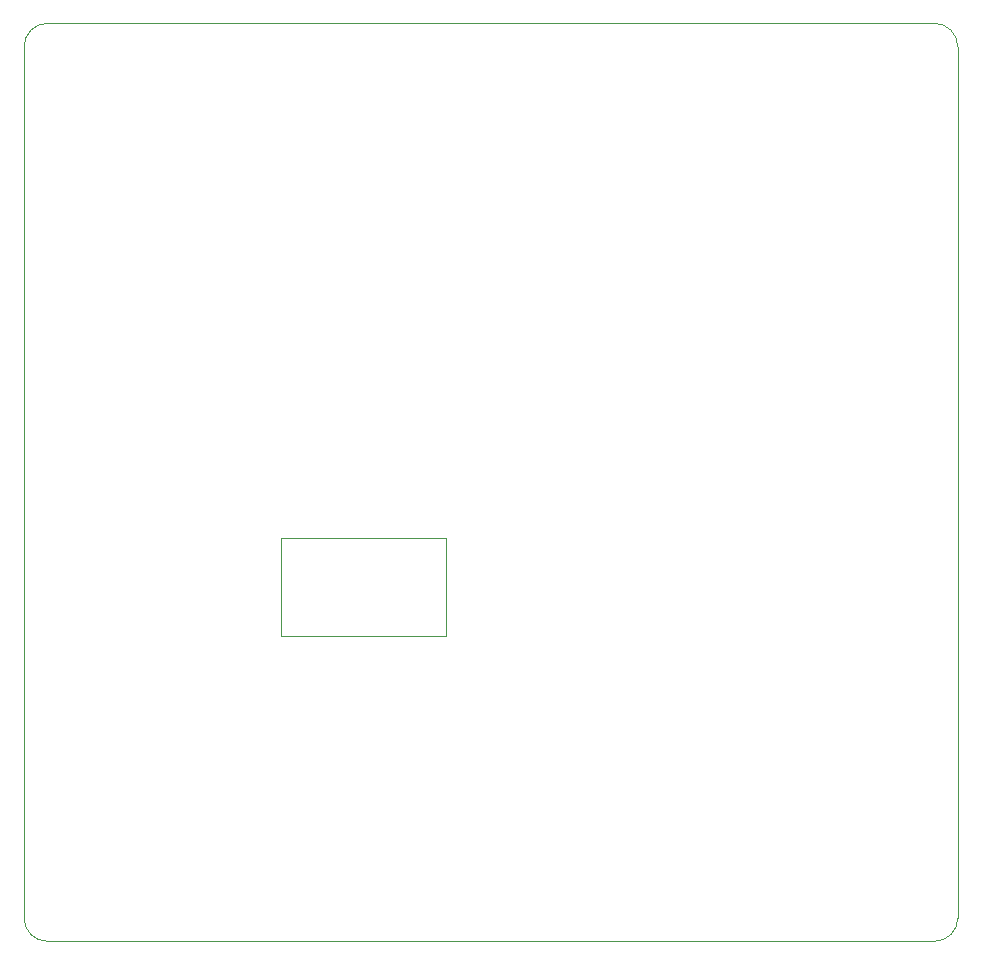
<source format=gbr>
%TF.GenerationSoftware,KiCad,Pcbnew,7.0.11*%
%TF.CreationDate,2025-07-10T10:55:19+02:00*%
%TF.ProjectId,kim-1-programmable-memory,6b696d2d-312d-4707-926f-6772616d6d61,rev?*%
%TF.SameCoordinates,Original*%
%TF.FileFunction,Profile,NP*%
%FSLAX46Y46*%
G04 Gerber Fmt 4.6, Leading zero omitted, Abs format (unit mm)*
G04 Created by KiCad (PCBNEW 7.0.11) date 2025-07-10 10:55:19*
%MOMM*%
%LPD*%
G01*
G04 APERTURE LIST*
%TA.AperFunction,Profile*%
%ADD10C,0.100000*%
%TD*%
%TA.AperFunction,Profile*%
%ADD11C,0.050000*%
%TD*%
G04 APERTURE END LIST*
D10*
X71780000Y-143450000D02*
G75*
G03*
X73780000Y-145450000I2000000J0D01*
G01*
X148850000Y-145450000D02*
G75*
G03*
X150850000Y-143450000I0J2000000D01*
G01*
X73780000Y-145450000D02*
X148850000Y-145450000D01*
X150850000Y-143450000D02*
X150850000Y-69710000D01*
X150850000Y-69710000D02*
G75*
G03*
X148850000Y-67710000I-2000000J0D01*
G01*
X73780000Y-67710000D02*
G75*
G03*
X71780000Y-69710000I0J-2000000D01*
G01*
X148850000Y-67710000D02*
X73780000Y-67710000D01*
X71780000Y-69710000D02*
X71780000Y-143450000D01*
D11*
X93535000Y-111310000D02*
X107535000Y-111310000D01*
X107535000Y-119630000D01*
X93535000Y-119630000D01*
X93535000Y-111310000D01*
M02*

</source>
